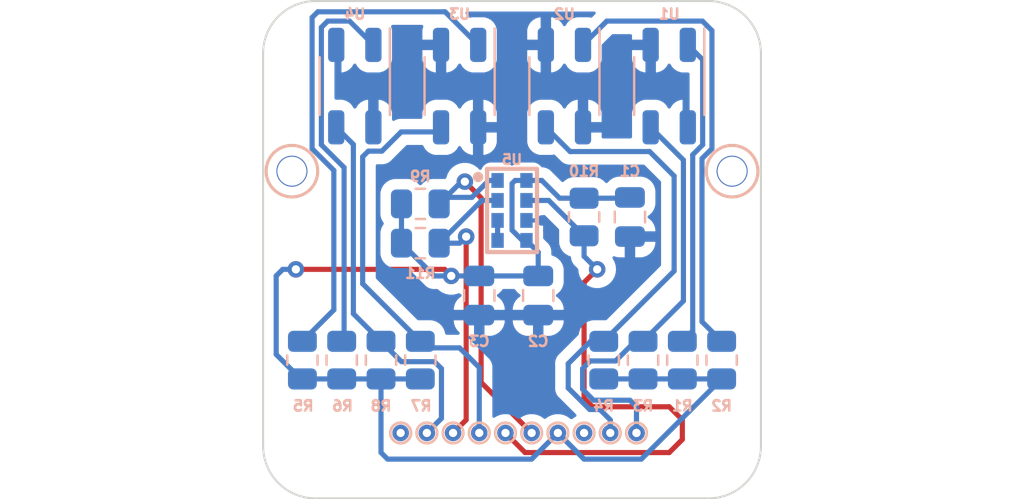
<source format=kicad_pcb>
(kicad_pcb (version 20211014) (generator pcbnew)
  (layers (0 "F.Cu" signal) (31 "B.Cu" signal) (34 "B.Paste" user) (35 "F.Paste" user) (36 "B.SilkS" user "B.Silkscreen") (37 "F.SilkS" user "F.Silkscreen") (38 "B.Mask" user) (39 "F.Mask" user) (44 "Edge.Cuts" user))
  (net 0 "")
  (net 1 "D2")
  (net 2 "D3")
  (net 3 "D6")
  (net 4 "D9")
  (net 5 "D10")
  (net 6 "VCC")
  (net 7 "GND")
  (net 8 "Net-(R1-Pad2)")
  (net 9 "Net-(R2-Pad2)")
  (net 10 "Net-(R5-Pad2)")
  (net 11 "Net-(R6-Pad2)")
  (net 12 "SDA")
  (net 13 "SCL")
  (net 14 "Net-(U5-Pad3)")
  (footprint "MountingHole:MountingHole_2.5mm_Pad_TopBottom" (layer "F.Cu") (at 124.587 67.945)
    (fp_text reference "REF**" hide)
    (fp_text value "MountingHole_2.5mm_Pad_TopBottom")
    (fp_circle (center 0 0) (end 1.25 0) (layer "B.SilkS") (width 0.15) (fill none))
    (fp_circle (center 0 0) (end 1.25 0) (layer "F.SilkS") (width 0.15) (fill none))
    (pad "1" thru_hole circle (at 0 0) (size 1.5 1.5) (drill 1.4) (layers F&B.Cu *.Mask))
  )
  (footprint "MountingHole:MountingHole_2.5mm_Pad_TopBottom" (layer "F.Cu") (at 145.923 67.945)
    (fp_text reference "REF**" hide)
    (fp_text value "MountingHole_2.5mm_Pad_TopBottom")
    (fp_circle (center 0 0) (end 1.25 0) (layer "B.SilkS") (width 0.15) (fill none))
    (fp_circle (center 0 0) (end 1.25 0) (layer "F.SilkS") (width 0.15) (fill none))
    (pad "1" thru_hole circle (at 0 0) (size 1.5 1.5) (drill 1.4) (layers F&B.Cu *.Mask))
  )
  (footprint "TestPoint:TestPoint_Pad_D1.0mm" (layer "F.Cu") (at 129.8575 80.645)
    (fp_text reference "J8" hide)
    (fp_text value "Conn_01x01")
    (fp_circle (center 0 0) (end 0.5 0) (layer "B.SilkS") (width 0.12) (fill none))
    (fp_circle (center 0 0) (end 0.5 0) (layer "F.SilkS") (width 0.12) (fill none))
    (pad "1" smd circle (at 0 0) (size 0.75 0.75) (layers "B.Cu" "B.Mask"))
    (pad "1" smd circle (at 0 0) (size 0.75 0.75) (layers "F.Cu" "F.Mask"))
  )
  (footprint "Capacitor_SMD:C_0805_2012Metric" (layer "B.Cu") (at 133.6675 73.9775 90)
    (fp_text reference "C3" (at -2.2225 0) (layer "B.SilkS") (effects (font (size 0.5 0.5) (thickness 0.125)) (justify mirror)))
    (fp_text value "1u")
    (fp_line (start -0.261252 0.735) (end 0.261252 0.735) (layer "B.SilkS") (width 0.12))
    (fp_line (start -0.261252 -0.735) (end 0.261252 -0.735) (layer "B.SilkS") (width 0.12))
    (pad "1" smd roundrect (at -0.95 0 90) (size 1 1.45) (layers "B.Cu" "B.Paste" "B.Mask") (net 7 "GND"))
    (pad "2" smd roundrect (at 0.95 0 90) (size 1 1.45) (layers "B.Cu" "B.Paste" "B.Mask") (net 6 "VCC"))
  )
  (footprint "Resistor_SMD:R_0805_2012Metric" (layer "B.Cu") (at 130.81 71.4375 180)
    (fp_text reference "R11" (at 0 -1.4605) (layer "B.SilkS") (effects (font (size 0.5 0.5) (thickness 0.125)) (justify mirror)))
    (fp_text value "10k")
    (fp_line (start -0.227064 0.735) (end 0.227064 0.735) (layer "B.SilkS") (width 0.12))
    (fp_line (start -0.227064 -0.735) (end 0.227064 -0.735) (layer "B.SilkS") (width 0.12))
    (pad "1" smd roundrect (at -0.9125 0 180) (size 1.025 1.4) (layers "B.Cu" "B.Paste" "B.Mask") (roundrect_rratio 0.243902) (net 1 "D2"))
    (pad "2" smd roundrect (at 0.9125 0 180) (size 1.025 1.4) (layers "B.Cu" "B.Paste" "B.Mask") (roundrect_rratio 0.243902) (net 6 "VCC"))
  )
  (footprint "OptoDevice:OnSemi_CASE100CY" (layer "B.Cu") (at 142.875 63.8175 180)
    (fp_text reference "U1" (at 0 3.4925) (layer "B.SilkS") (effects (font (size 0.5 0.5) (thickness 0.125)) (justify mirror)))
    (fp_text value "QRE1113GR")
    (fp_line (start 1.7 -1.4) (end 1.7 1.4) (layer "B.SilkS") (width 0.12))
    (fp_line (start -1.7 -1.4) (end -1.7 2.8) (layer "B.SilkS") (width 0.12))
    (pad "1" smd roundrect (at -0.9 2 180) (size 0.79 1.66) (layers "B.Cu" "B.Paste" "B.Mask") (net 8 "Net-(R1-Pad2)"))
    (pad "2" smd roundrect (at -0.9 -2 180) (size 0.79 1.66) (layers "B.Cu" "B.Paste" "B.Mask") (net 7 "GND"))
    (pad "3" smd roundrect (at 0.9 -2 180) (size 0.79 1.66) (layers "B.Cu" "B.Paste" "B.Mask") (net 4 "D9"))
    (pad "4" smd roundrect (at 0.9 2 180) (size 0.79 1.66) (layers "B.Cu" "B.Paste" "B.Mask") (net 7 "GND"))
  )
  (footprint "OptoDevice:OnSemi_CASE100CY" (layer "B.Cu") (at 137.795 63.8175 180)
    (fp_text reference "U2" (at 0 3.4925) (layer "B.SilkS") (effects (font (size 0.5 0.5) (thickness 0.125)) (justify mirror)))
    (fp_text value "QRE1113GR")
    (fp_line (start -1.7 -1.4) (end -1.7 2.8) (layer "B.SilkS") (width 0.12))
    (fp_line (start 1.7 -1.4) (end 1.7 1.4) (layer "B.SilkS") (width 0.12))
    (pad "1" smd roundrect (at -0.9 2 180) (size 0.79 1.66) (layers "B.Cu" "B.Paste" "B.Mask") (net 9 "Net-(R2-Pad2)"))
    (pad "2" smd roundrect (at -0.9 -2 180) (size 0.79 1.66) (layers "B.Cu" "B.Paste" "B.Mask") (net 7 "GND"))
    (pad "3" smd roundrect (at 0.9 -2 180) (size 0.79 1.66) (layers "B.Cu" "B.Paste" "B.Mask") (net 5 "D10"))
    (pad "4" smd roundrect (at 0.9 2 180) (size 0.79 1.66) (layers "B.Cu" "B.Paste" "B.Mask") (net 7 "GND"))
  )
  (footprint "TestPoint:TestPoint_Pad_D1.0mm" (layer "B.Cu") (at 134.9375 80.645 180)
    (fp_text reference "J4" hide)
    (fp_text value "Conn_01x01")
    (fp_circle (center 0 0) (end 0.5 0) (layer "B.SilkS") (width 0.12) (fill none))
    (fp_circle (center 0 0) (end 0.5 0) (layer "F.SilkS") (width 0.12) (fill none))
    (pad "1" smd circle (at 0 0 180) (size 0.75 0.75) (layers "F.Cu" "F.Mask") (net 13 "SCL"))
    (pad "1" smd circle (at 0 0 180) (size 0.75 0.75) (layers "B.Cu" "B.Mask") (net 13 "SCL"))
  )
  (footprint "TestPoint:TestPoint_Pad_D1.0mm" (layer "B.Cu") (at 132.3975 80.645 180)
    (fp_text reference "J1" hide)
    (fp_text value "Conn_01x01")
    (fp_circle (center 0 0) (end 0.5 0) (layer "B.SilkS") (width 0.12) (fill none))
    (fp_circle (center 0 0) (end 0.5 0) (layer "F.SilkS") (width 0.12) (fill none))
    (pad "1" smd circle (at 0 0 180) (size 0.75 0.75) (layers "F.Cu" "F.Mask") (net 1 "D2"))
    (pad "1" smd circle (at 0 0 180) (size 0.75 0.75) (layers "B.Cu" "B.Mask") (net 1 "D2"))
  )
  (footprint "Resistor_SMD:R_0805_2012Metric" (layer "B.Cu") (at 138.7475 70.1675 90)
    (fp_text reference "R10" (at 2.2225 0) (layer "B.SilkS") (effects (font (size 0.5 0.5) (thickness 0.125)) (justify mirror)))
    (fp_text value "10k")
    (fp_line (start -0.227064 -0.735) (end 0.227064 -0.735) (layer "B.SilkS") (width 0.12))
    (fp_line (start -0.227064 0.735) (end 0.227064 0.735) (layer "B.SilkS") (width 0.12))
    (pad "1" smd roundrect (at -0.9125 0 90) (size 1.025 1.4) (layers "B.Cu" "B.Paste" "B.Mask") (roundrect_rratio 0.243902) (net 13 "SCL"))
    (pad "2" smd roundrect (at 0.9125 0 90) (size 1.025 1.4) (layers "B.Cu" "B.Paste" "B.Mask") (roundrect_rratio 0.243902) (net 6 "VCC"))
  )
  (footprint "Resistor_SMD:R_0805_2012Metric" (layer "B.Cu") (at 145.415 77.1125 90)
    (fp_text reference "R2" (at -2.2225 0) (layer "B.SilkS") (effects (font (size 0.5 0.5) (thickness 0.125)) (justify mirror)))
    (fp_text value "100")
    (fp_line (start -0.227064 -0.735) (end 0.227064 -0.735) (layer "B.SilkS") (width 0.12))
    (fp_line (start -0.227064 0.735) (end 0.227064 0.735) (layer "B.SilkS") (width 0.12))
    (pad "1" smd roundrect (at -0.9125 0 90) (size 1.025 1.4) (layers "B.Cu" "B.Paste" "B.Mask") (roundrect_rratio 0.243902) (net 6 "VCC"))
    (pad "2" smd roundrect (at 0.9125 0 90) (size 1.025 1.4) (layers "B.Cu" "B.Paste" "B.Mask") (roundrect_rratio 0.243902) (net 9 "Net-(R2-Pad2)"))
  )
  (footprint "Resistor_SMD:R_0805_2012Metric" (layer "B.Cu") (at 143.51 77.1125 90)
    (fp_text reference "R1" (at -2.2225 0) (layer "B.SilkS") (effects (font (size 0.5 0.5) (thickness 0.125)) (justify mirror)))
    (fp_text value "100")
    (fp_line (start -0.227064 -0.735) (end 0.227064 -0.735) (layer "B.SilkS") (width 0.12))
    (fp_line (start -0.227064 0.735) (end 0.227064 0.735) (layer "B.SilkS") (width 0.12))
    (pad "1" smd roundrect (at -0.9125 0 90) (size 1.025 1.4) (layers "B.Cu" "B.Paste" "B.Mask") (roundrect_rratio 0.243902) (net 6 "VCC"))
    (pad "2" smd roundrect (at 0.9125 0 90) (size 1.025 1.4) (layers "B.Cu" "B.Paste" "B.Mask") (roundrect_rratio 0.243902) (net 8 "Net-(R1-Pad2)"))
  )
  (footprint "Capacitor_SMD:C_0805_2012Metric" (layer "B.Cu") (at 136.525 73.9775 -90)
    (fp_text reference "C2" (at 2.2225 0) (layer "B.SilkS") (effects (font (size 0.5 0.5) (thickness 0.125)) (justify mirror)))
    (fp_text value "1u")
    (fp_line (start -0.261252 0.735) (end 0.261252 0.735) (layer "B.SilkS") (width 0.12))
    (fp_line (start -0.261252 -0.735) (end 0.261252 -0.735) (layer "B.SilkS") (width 0.12))
    (pad "1" smd roundrect (at -0.95 0 270) (size 1 1.45) (layers "B.Cu" "B.Paste" "B.Mask") (net 6 "VCC"))
    (pad "2" smd roundrect (at 0.95 0 270) (size 1 1.45) (layers "B.Cu" "B.Paste" "B.Mask") (net 7 "GND"))
  )
  (footprint "TestPoint:TestPoint_Pad_D1.0mm" (layer "B.Cu") (at 131.1275 80.645 180)
    (fp_text reference "J2" hide)
    (fp_text value "Conn_01x01")
    (fp_circle (center 0 0) (end 0.5 0) (layer "B.SilkS") (width 0.12) (fill none))
    (fp_circle (center 0 0) (end 0.5 0) (layer "F.SilkS") (width 0.12) (fill none))
    (pad "1" smd circle (at 0 0 180) (size 0.75 0.75) (layers "F.Cu" "F.Mask") (net 2 "D3"))
    (pad "1" smd circle (at 0 0 180) (size 0.75 0.75) (layers "B.Cu" "B.Mask") (net 2 "D3"))
  )
  (footprint "Resistor_SMD:R_0805_2012Metric" (layer "B.Cu") (at 128.905 77.1125 90)
    (fp_text reference "R8" (at -2.2225 0) (layer "B.SilkS") (effects (font (size 0.5 0.5) (thickness 0.125)) (justify mirror)))
    (fp_text value "10k")
    (fp_line (start -0.227064 0.735) (end 0.227064 0.735) (layer "B.SilkS") (width 0.12))
    (fp_line (start -0.227064 -0.735) (end 0.227064 -0.735) (layer "B.SilkS") (width 0.12))
    (pad "1" smd roundrect (at -0.9125 0 90) (size 1.025 1.4) (layers "B.Cu" "B.Paste" "B.Mask") (roundrect_rratio 0.243902) (net 6 "VCC"))
    (pad "2" smd roundrect (at 0.9125 0 90) (size 1.025 1.4) (layers "B.Cu" "B.Paste" "B.Mask") (roundrect_rratio 0.243902) (net 2 "D3"))
  )
  (footprint "OptoDevice:OnSemi_CASE100CY" (layer "B.Cu") (at 127.635 63.8175 180)
    (fp_text reference "U4" (at 0 3.4925) (layer "B.SilkS") (effects (font (size 0.5 0.5) (thickness 0.125)) (justify mirror)))
    (fp_text value "QRE1113GR")
    (fp_line (start -1.7 -1.4) (end -1.7 2.8) (layer "B.SilkS") (width 0.12))
    (fp_line (start 1.7 -1.4) (end 1.7 1.4) (layer "B.SilkS") (width 0.12))
    (pad "1" smd roundrect (at -0.9 2 180) (size 0.79 1.66) (layers "B.Cu" "B.Paste" "B.Mask") (net 11 "Net-(R6-Pad2)"))
    (pad "2" smd roundrect (at -0.9 -2 180) (size 0.79 1.66) (layers "B.Cu" "B.Paste" "B.Mask") (net 7 "GND"))
    (pad "3" smd roundrect (at 0.9 -2 180) (size 0.79 1.66) (layers "B.Cu" "B.Paste" "B.Mask") (net 2 "D3"))
    (pad "4" smd roundrect (at 0.9 2 180) (size 0.79 1.66) (layers "B.Cu" "B.Paste" "B.Mask") (net 7 "GND"))
  )
  (footprint "TestPoint:TestPoint_Pad_D1.0mm" (layer "B.Cu") (at 141.2875 80.645 180)
    (fp_text reference "J6" hide)
    (fp_text value "Conn_01x01")
    (fp_circle (center 0 0) (end 0.5 0) (layer "B.SilkS") (width 0.12) (fill none))
    (fp_circle (center 0 0) (end 0.5 0) (layer "F.SilkS") (width 0.12) (fill none))
    (pad "1" smd circle (at 0 0 180) (size 0.75 0.75) (layers "B.Cu" "B.Mask") (net 4 "D9"))
    (pad "1" smd circle (at 0 0 180) (size 0.75 0.75) (layers "F.Cu" "F.Mask") (net 4 "D9"))
  )
  (footprint "Resistor_SMD:R_0805_2012Metric" (layer "B.Cu") (at 130.81 69.5325 180)
    (fp_text reference "R9" (at 0 1.3335) (layer "B.SilkS") (effects (font (size 0.5 0.5) (thickness 0.125)) (justify mirror)))
    (fp_text value "10k")
    (fp_line (start -0.227064 0.735) (end 0.227064 0.735) (layer "B.SilkS") (width 0.12))
    (fp_line (start -0.227064 -0.735) (end 0.227064 -0.735) (layer "B.SilkS") (width 0.12))
    (pad "1" smd roundrect (at -0.9125 0 180) (size 1.025 1.4) (layers "B.Cu" "B.Paste" "B.Mask") (roundrect_rratio 0.243902) (net 12 "SDA"))
    (pad "2" smd roundrect (at 0.9125 0 180) (size 1.025 1.4) (layers "B.Cu" "B.Paste" "B.Mask") (roundrect_rratio 0.243902) (net 6 "VCC"))
  )
  (footprint "TestPoint:TestPoint_Pad_D1.0mm" (layer "B.Cu") (at 140.0175 80.645 180)
    (fp_text reference "J7" hide)
    (fp_text value "Conn_01x01")
    (fp_circle (center 0 0) (end 0.5 0) (layer "B.SilkS") (width 0.12) (fill none))
    (fp_circle (center 0 0) (end 0.5 0) (layer "F.SilkS") (width 0.12) (fill none))
    (pad "1" smd circle (at 0 0 180) (size 0.75 0.75) (layers "F.Cu" "F.Mask") (net 5 "D10"))
    (pad "1" smd circle (at 0 0 180) (size 0.75 0.75) (layers "B.Cu" "B.Mask") (net 5 "D10"))
  )
  (footprint "Resistor_SMD:R_0805_2012Metric" (layer "B.Cu") (at 125.095 77.1125 90)
    (fp_text reference "R5" (at -2.2225 0.04) (layer "B.SilkS") (effects (font (size 0.5 0.5) (thickness 0.125)) (justify mirror)))
    (fp_text value "100")
    (fp_line (start -0.227064 0.735) (end 0.227064 0.735) (layer "B.SilkS") (width 0.12))
    (fp_line (start -0.227064 -0.735) (end 0.227064 -0.735) (layer "B.SilkS") (width 0.12))
    (pad "1" smd roundrect (at -0.9125 0 90) (size 1.025 1.4) (layers "B.Cu" "B.Paste" "B.Mask") (roundrect_rratio 0.243902) (net 6 "VCC"))
    (pad "2" smd roundrect (at 0.9125 0 90) (size 1.025 1.4) (layers "B.Cu" "B.Paste" "B.Mask") (roundrect_rratio 0.243902) (net 10 "Net-(R5-Pad2)"))
  )
  (footprint "TestPoint:TestPoint_Pad_D1.0mm" (layer "B.Cu") (at 137.4775 80.645 180)
    (fp_text reference "J8" hide)
    (fp_text value "Conn_01x01")
    (fp_circle (center 0 0) (end 0.5 0) (layer "B.SilkS") (width 0.12) (fill none))
    (fp_circle (center 0 0) (end 0.5 0) (layer "F.SilkS") (width 0.12) (fill none))
    (pad "1" smd circle (at 0 0 180) (size 0.75 0.75) (layers "F.Cu" "F.Mask") (net 6 "VCC"))
    (pad "1" smd circle (at 0 0 180) (size 0.75 0.75) (layers "B.Cu" "B.Mask") (net 6 "VCC"))
  )
  (footprint "Capacitor_SMD:C_0805_2012Metric" (layer "B.Cu") (at 140.97 70.1675 90)
    (fp_text reference "C1" (at 2.2225 0) (layer "B.SilkS") (effects (font (size 0.5 0.5) (thickness 0.125)) (justify mirror)))
    (fp_text value "50u")
    (fp_line (start -0.261252 -0.735) (end 0.261252 -0.735) (layer "B.SilkS") (width 0.12))
    (fp_line (start -0.261252 0.735) (end 0.261252 0.735) (layer "B.SilkS") (width 0.12))
    (pad "1" smd roundrect (at -0.95 0 90) (size 1 1.45) (layers "B.Cu" "B.Paste" "B.Mask") (net 7 "GND"))
    (pad "2" smd roundrect (at 0.95 0 90) (size 1 1.45) (layers "B.Cu" "B.Paste" "B.Mask") (net 6 "VCC"))
  )
  (footprint "OptoDevice:OnSemi_CASE100CY" (layer "B.Cu") (at 132.715 63.8175 180)
    (fp_text reference "U3" (at 0 3.4925) (layer "B.SilkS") (effects (font (size 0.5 0.5) (thickness 0.125)) (justify mirror)))
    (fp_text value "QRE1113GR")
    (fp_line (start 1.7 -1.4) (end 1.7 1.4) (layer "B.SilkS") (width 0.12))
    (fp_line (start -1.7 -1.4) (end -1.7 2.8) (layer "B.SilkS") (width 0.12))
    (pad "1" smd roundrect (at -0.9 2 180) (size 0.79 1.66) (layers "B.Cu" "B.Paste" "B.Mask") (net 10 "Net-(R5-Pad2)"))
    (pad "2" smd roundrect (at -0.9 -2 180) (size 0.79 1.66) (layers "B.Cu" "B.Paste" "B.Mask") (net 7 "GND"))
    (pad "3" smd roundrect (at 0.9 -2 180) (size 0.79 1.66) (layers "B.Cu" "B.Paste" "B.Mask") (net 3 "D6"))
    (pad "4" smd roundrect (at 0.9 2 180) (size 0.79 1.66) (layers "B.Cu" "B.Paste" "B.Mask") (net 7 "GND"))
  )
  (footprint "TestPoint:TestPoint_Pad_D1.0mm" (layer "B.Cu") (at 133.6675 80.645 180)
    (fp_text reference "J5" hide)
    (fp_text value "Conn_01x01")
    (fp_circle (center 0 0) (end 0.5 0) (layer "B.SilkS") (width 0.12) (fill none))
    (fp_circle (center 0 0) (end 0.5 0) (layer "F.SilkS") (width 0.12) (fill none))
    (pad "1" smd circle (at 0 0 180) (size 0.75 0.75) (layers "F.Cu" "F.Mask") (net 3 "D6"))
    (pad "1" smd circle (at 0 0 180) (size 0.75 0.75) (layers "B.Cu" "B.Mask") (net 3 "D6"))
  )
  (footprint "Resistor_SMD:R_0805_2012Metric" (layer "B.Cu") (at 127 77.1125 90)
    (fp_text reference "R6" (at -2.2225 0.04) (layer "B.SilkS") (effects (font (size 0.5 0.5) (thickness 0.125)) (justify mirror)))
    (fp_text value "100")
    (fp_line (start -0.227064 0.735) (end 0.227064 0.735) (layer "B.SilkS") (width 0.12))
    (fp_line (start -0.227064 -0.735) (end 0.227064 -0.735) (layer "B.SilkS") (width 0.12))
    (pad "1" smd roundrect (at -0.9125 0 90) (size 1.025 1.4) (layers "B.Cu" "B.Paste" "B.Mask") (roundrect_rratio 0.243902) (net 6 "VCC"))
    (pad "2" smd roundrect (at 0.9125 0 90) (size 1.025 1.4) (layers "B.Cu" "B.Paste" "B.Mask") (roundrect_rratio 0.243902) (net 11 "Net-(R6-Pad2)"))
  )
  (footprint "Resistor_SMD:R_0805_2012Metric" (layer "B.Cu") (at 139.7 77.1125 90)
    (fp_text reference "R4" (at -2.2225 0) (layer "B.SilkS") (effects (font (size 0.5 0.5) (thickness 0.125)) (justify mirror)))
    (fp_text value "10k")
    (fp_line (start -0.227064 -0.735) (end 0.227064 -0.735) (layer "B.SilkS") (width 0.12))
    (fp_line (start -0.227064 0.735) (end 0.227064 0.735) (layer "B.SilkS") (width 0.12))
    (pad "1" smd roundrect (at -0.9125 0 90) (size 1.025 1.4) (layers "B.Cu" "B.Paste" "B.Mask") (roundrect_rratio 0.243902) (net 6 "VCC"))
    (pad "2" smd roundrect (at 0.9125 0 90) (size 1.025 1.4) (layers "B.Cu" "B.Paste" "B.Mask") (roundrect_rratio 0.243902) (net 5 "D10"))
  )
  (footprint "TestPoint:TestPoint_Pad_D1.0mm" (layer "B.Cu") (at 129.8575 80.645 180)
    (fp_text reference "J8" hide)
    (fp_text value "Conn_01x01")
    (fp_circle (center 0 0) (end 0.5 0) (layer "B.SilkS") (width 0.12) (fill none))
    (pad "1" smd circle (at 0 0 180) (size 0.75 0.75) (layers "B.Cu" "B.Mask"))
  )
  (footprint "TestPoint:TestPoint_Pad_D1.0mm" (layer "B.Cu") (at 136.2075 80.645 180)
    (fp_text reference "J3" hide)
    (fp_text value "Conn_01x01")
    (fp_circle (center 0 0) (end 0.5 0) (layer "B.SilkS") (width 0.12) (fill none))
    (fp_circle (center 0 0) (end 0.5 0) (layer "F.SilkS") (width 0.12) (fill none))
    (pad "1" smd circle (at 0 0 180) (size 0.75 0.75) (layers "B.Cu" "B.Mask") (net 12 "SDA"))
    (pad "1" smd circle (at 0 0 180) (size 0.75 0.75) (layers "F.Cu" "F.Mask") (net 12 "SDA"))
  )
  (footprint "Resistor_SMD:R_0805_2012Metric" (layer "B.Cu") (at 130.81 77.1125 90)
    (fp_text reference "R7" (at -2.2225 0.04) (layer "B.SilkS") (effects (font (size 0.5 0.5) (thickness 0.125)) (justify mirror)))
    (fp_text value "10k")
    (fp_line (start -0.227064 -0.735) (end 0.227064 -0.735) (layer "B.SilkS") (width 0.12))
    (fp_line (start -0.227064 0.735) (end 0.227064 0.735) (layer "B.SilkS") (width 0.12))
    (pad "1" smd roundrect (at -0.9125 0 90) (size 1.025 1.4) (layers "B.Cu" "B.Paste" "B.Mask") (roundrect_rratio 0.243902) (net 6 "VCC"))
    (pad "2" smd roundrect (at 0.9125 0 90) (size 1.025 1.4) (layers "B.Cu" "B.Paste" "B.Mask") (roundrect_rratio 0.243902) (net 3 "D6"))
  )
  (footprint "APDS-9960:APDS-9960" (layer "B.Cu") (at 135.255 69.85 180)
    (fp_text reference "U5" (at 0 2.4638) (layer "B.SilkS") (effects (font (size 0.48 0.48)) (justify mirror)))
    (fp_text value "APDS-9960")
    (fp_line (start -1.21 2.02) (end 1.21 2.02) (layer "B.SilkS") (width 0.2032))
    (fp_line (start 1.21 2.02) (end 1.21 -2.02) (layer "B.SilkS") (width 0.2032))
    (fp_line (start -1.21 -2.02) (end 1.21 -2.02) (layer "B.SilkS") (width 0.2032))
    (fp_line (start -1.21 2.02) (end -1.21 -2.02) (layer "B.SilkS") (width 0.2032))
    (fp_circle (center 1.644 1.622) (end 1.898 1.622) (layer "B.SilkS") (width 0) (fill solid))
    (pad "1" smd rect locked (at 0.7 1.455 180) (size 0.6 0.72) (layers "B.Cu" "B.Paste" "B.Mask") (net 12 "SDA"))
    (pad "2" smd rect locked (at 0.7 0.485 180) (size 0.6 0.72) (layers "B.Cu" "B.Paste" "B.Mask") (net 1 "D2"))
    (pad "3" smd rect locked (at 0.7 -0.485 180) (size 0.6 0.72) (layers "B.Cu" "B.Paste" "B.Mask") (net 14 "Net-(U5-Pad3)"))
    (pad "4" smd rect locked (at 0.7 -1.455 180) (size 0.6 0.72) (layers "B.Cu" "B.Paste" "B.Mask") (net 14 "Net-(U5-Pad3)"))
    (pad "5" smd rect locked (at -0.7 -1.455 180) (size 0.6 0.72) (layers "B.Cu" "B.Paste" "B.Mask") (net 6 "VCC"))
    (pad "6" smd rect locked (at -0.7 -0.485 180) (size 0.6 0.72) (layers "B.Cu" "B.Paste" "B.Mask") (net 7 "GND"))
    (pad "7" smd rect locked (at -0.7 0.485 180) (size 0.6 0.72) (layers "B.Cu" "B.Paste" "B.Mask") (net 13 "SCL"))
    (pad "8" smd rect locked (at -0.7 1.455 180) (size 0.6 0.72) (layers "B.Cu" "B.Paste" "B.Mask") (net 6 "VCC"))
  )
  (footprint "Resistor_SMD:R_0805_2012Metric" (layer "B.Cu") (at 141.605 77.1125 90)
    (fp_text reference "R3" (at -2.2225 0) (layer "B.SilkS") (effects (font (size 0.5 0.5) (thickness 0.125)) (justify mirror)))
    (fp_text value "10k")
    (fp_line (start -0.227064 -0.735) (end 0.227064 -0.735) (layer "B.SilkS") (width 0.12))
    (fp_line (start -0.227064 0.735) (end 0.227064 0.735) (layer "B.SilkS") (width 0.12))
    (pad "1" smd roundrect (at -0.9125 0 90) (size 1.025 1.4) (layers "B.Cu" "B.Paste" "B.Mask") (roundrect_rratio 0.243902) (net 6 "VCC"))
    (pad "2" smd roundrect (at 0.9125 0 90) (size 1.025 1.4) (layers "B.Cu" "B.Paste" "B.Mask") (roundrect_rratio 0.243902) (net 4 "D9"))
  )
  (footprint "TestPoint:TestPoint_Pad_D1.0mm" (layer "B.Cu") (at 138.7475 80.645 180)
    (fp_text reference "J9" hide)
    (fp_text value "Conn_01x01")
    (fp_circle (center 0 0) (end 0.5 0) (layer "B.SilkS") (width 0.12) (fill none))
    (fp_circle (center 0 0) (end 0.5 0) (layer "F.SilkS") (width 0.12) (fill none))
    (pad "1" smd circle (at 0 0 180) (size 0.75 0.75) (layers "F.Cu" "F.Mask") (net 7 "GND"))
    (pad "1" smd circle (at 0 0 180) (size 0.75 0.75) (layers "B.Cu" "B.Mask") (net 7 "GND"))
  )
  (gr_line (start 125.73 83.82) (end 144.78 83.82) (layer "Edge.Cuts") (width 0.1))
  (gr_arc (start 125.73 83.82) (mid 123.933949 83.076051) (end 123.19 81.28) (layer "Edge.Cuts") (width 0.1))
  (gr_arc (start 123.19 62.23) (mid 123.933949 60.433949) (end 125.73 59.69) (layer "Edge.Cuts") (width 0.1))
  (gr_arc (start 144.78 59.69) (mid 146.576051 60.433949) (end 147.32 62.23) (layer "Edge.Cuts") (width 0.1))
  (gr_line (start 147.32 81.28) (end 147.32 62.23) (layer "Edge.Cuts") (width 0.1))
  (gr_line (start 125.73 59.69) (end 144.78 59.69) (layer "Edge.Cuts") (width 0.1))
  (gr_arc (start 147.32 81.28) (mid 146.576051 83.076051) (end 144.78 83.82) (layer "Edge.Cuts") (width 0.1))
  (gr_line (start 123.19 62.23) (end 123.19 81.28) (layer "Edge.Cuts") (width 0.1))
  (via (at 129.8575 80.645) (size 0.8) (drill 0.4) (layers "F.Cu" "B.Cu") (net 0))
  (segment (start 133.0325 80.01) (end 133.0325 71.12) (width 0.25) (layer "F.Cu") (net 1))
  (segment (start 132.3975 80.645) (end 133.0325 80.01) (width 0.25) (layer "F.Cu") (net 1))
  (via (at 132.3975 80.645) (size 0.8) (drill 0.4) (layers "F.Cu" "B.Cu") (net 1))
  (via (at 133.0325 71.12) (size 0.8) (drill 0.4) (layers "F.Cu" "B.Cu") (net 1))
  (segment (start 131.7225 71.4375) (end 133.795 69.365) (width 0.25) (layer "B.Cu") (net 1))
  (segment (start 131.7225 71.4375) (end 132.715 71.4375) (width 0.25) (layer "B.Cu") (net 1))
  (segment (start 133.795 69.365) (end 134.555 69.365) (width 0.25) (layer "B.Cu") (net 1))
  (segment (start 132.715 71.4375) (end 133.0325 71.12) (width 0.25) (layer "B.Cu") (net 1))
  (via (at 131.1275 80.645) (size 0.8) (drill 0.4) (layers "F.Cu" "B.Cu") (net 2))
  (segment (start 131.498173 77.1875) (end 131.835 77.524327) (width 0.25) (layer "B.Cu") (net 2))
  (segment (start 129.8925 77.1875) (end 131.498173 77.1875) (width 0.25) (layer "B.Cu") (net 2))
  (segment (start 131.835 79.9375) (end 131.1275 80.645) (width 0.25) (layer "B.Cu") (net 2))
  (segment (start 127.566 66.6485) (end 127.566 74.861) (width 0.25) (layer "B.Cu") (net 2))
  (segment (start 127.566 74.861) (end 128.905 76.2) (width 0.25) (layer "B.Cu") (net 2))
  (segment (start 126.735 65.8175) (end 127.566 66.6485) (width 0.25) (layer "B.Cu") (net 2))
  (segment (start 131.835 77.524327) (end 131.835 79.9375) (width 0.25) (layer "B.Cu") (net 2))
  (segment (start 128.905 76.2) (end 129.8925 77.1875) (width 0.25) (layer "B.Cu") (net 2))
  (via (at 133.6675 80.645) (size 0.8) (drill 0.4) (layers "F.Cu" "B.Cu") (net 3))
  (segment (start 132.715 76.5175) (end 133.6675 77.47) (width 0.25) (layer "B.Cu") (net 3))
  (segment (start 131.815 65.8175) (end 131.5925 66.04) (width 0.25) (layer "B.Cu") (net 3))
  (segment (start 128.016 67.2465) (end 128.016 73.406) (width 0.25) (layer "B.Cu") (net 3))
  (segment (start 128.948927 66.9725) (end 128.29 66.9725) (width 0.25) (layer "B.Cu") (net 3))
  (segment (start 128.016 73.406) (end 130.81 76.2) (width 0.25) (layer "B.Cu") (net 3))
  (segment (start 133.6675 77.47) (end 133.6675 80.645) (width 0.25) (layer "B.Cu") (net 3))
  (segment (start 131.5925 66.04) (end 129.881427 66.04) (width 0.25) (layer "B.Cu") (net 3))
  (segment (start 131.1275 76.5175) (end 132.715 76.5175) (width 0.25) (layer "B.Cu") (net 3))
  (segment (start 128.29 66.9725) (end 128.016 67.2465) (width 0.25) (layer "B.Cu") (net 3))
  (segment (start 129.881427 66.04) (end 128.948927 66.9725) (width 0.25) (layer "B.Cu") (net 3))
  (segment (start 130.81 76.2) (end 131.1275 76.5175) (width 0.25) (layer "B.Cu") (net 3))
  (via (at 141.2875 80.645) (size 0.8) (drill 0.4) (layers "F.Cu" "B.Cu") (net 4))
  (via (at 141.2875 80.645) (size 0.8) (drill 0.4) (layers "F.Cu" "B.Cu") (net 4))
  (segment (start 141.605 76.2) (end 141.225673 76.2) (width 0.25) (layer "B.Cu") (net 4))
  (segment (start 141.2875 79.375) (end 141.2875 80.645) (width 0.25) (layer "B.Cu") (net 4))
  (segment (start 143.5625 74.2425) (end 141.605 76.2) (width 0.25) (layer "B.Cu") (net 4))
  (segment (start 140.97 79.0575) (end 141.2875 79.375) (width 0.25) (layer "B.Cu") (net 4))
  (segment (start 139.046827 77.1525) (end 138.675 77.524327) (width 0.25) (layer "B.Cu") (net 4))
  (segment (start 140.273173 77.1525) (end 139.046827 77.1525) (width 0.25) (layer "B.Cu") (net 4))
  (segment (start 141.975 65.8175) (end 143.5625 67.405) (width 0.25) (layer "B.Cu") (net 4))
  (segment (start 138.675 77.524327) (end 138.675 78.525673) (width 0.25) (layer "B.Cu") (net 4))
  (segment (start 139.206827 79.0575) (end 140.97 79.0575) (width 0.25) (layer "B.Cu") (net 4))
  (segment (start 143.5625 67.405) (end 143.5625 74.2425) (width 0.25) (layer "B.Cu") (net 4))
  (segment (start 138.675 78.525673) (end 139.206827 79.0575) (width 0.25) (layer "B.Cu") (net 4))
  (segment (start 141.225673 76.2) (end 140.273173 77.1525) (width 0.25) (layer "B.Cu") (net 4))
  (via (at 140.0175 80.645) (size 0.8) (drill 0.4) (layers "F.Cu" "B.Cu") (net 5))
  (segment (start 140.0175 80.01) (end 139.515 79.5075) (width 0.25) (layer "B.Cu") (net 5))
  (segment (start 139.515 79.5075) (end 139.020431 79.5075) (width 0.25) (layer "B.Cu") (net 5))
  (segment (start 143.1125 68.1825) (end 143.1125 72.7875) (width 0.25) (layer "B.Cu") (net 5))
  (segment (start 139.020431 79.5075) (end 137.98 78.467069) (width 0.25) (layer "B.Cu") (net 5))
  (segment (start 138.07 66.9925) (end 141.9225 66.9925) (width 0.25) (layer "B.Cu") (net 5))
  (segment (start 137.98 78.467069) (end 137.98 77.283604) (width 0.25) (layer "B.Cu") (net 5))
  (segment (start 136.895 65.8175) (end 138.07 66.9925) (width 0.25) (layer "B.Cu") (net 5))
  (segment (start 141.9225 66.9925) (end 143.1125 68.1825) (width 0.25) (layer "B.Cu") (net 5))
  (segment (start 143.1125 72.7875) (end 139.7 76.2) (width 0.25) (layer "B.Cu") (net 5))
  (segment (start 140.0175 80.645) (end 140.0175 80.01) (width 0.25) (layer "B.Cu") (net 5))
  (segment (start 139.063604 76.2) (end 139.7 76.2) (width 0.25) (layer "B.Cu") (net 5))
  (segment (start 137.98 77.283604) (end 139.063604 76.2) (width 0.25) (layer "B.Cu") (net 5))
  (segment (start 132.308 73.0275) (end 131.988 72.7075) (width 0.25) (layer "F.Cu") (net 6))
  (segment (start 131.988 72.7075) (end 124.7775 72.7075) (width 0.25) (layer "F.Cu") (net 6))
  (via (at 137.4775 80.645) (size 0.8) (drill 0.4) (layers "F.Cu" "B.Cu") (net 6))
  (via (at 124.7775 72.7075) (size 0.8) (drill 0.4) (layers "F.Cu" "B.Cu") (net 6))
  (via (at 132.308 73.0275) (size 0.8) (drill 0.4) (layers "F.Cu" "B.Cu") (net 6))
  (segment (start 141.525 81.915) (end 145.415 78.025) (width 0.25) (layer "B.Cu") (net 6))
  (segment (start 128.905 81.5975) (end 128.905 78.025) (width 0.25) (layer "B.Cu") (net 6))
  (segment (start 137.4775 80.645) (end 136.2075 81.915) (width 0.25) (layer "B.Cu") (net 6))
  (segment (start 129.8975 69.5325) (end 129.8975 71.4375) (width 0.25) (layer "B.Cu") (net 6))
  (segment (start 135.955 68.395) (end 135.405 68.395) (width 0.25) (layer "B.Cu") (net 6))
  (segment (start 125.015 78.025) (end 123.825 76.835) (width 0.25) (layer "B.Cu") (net 6))
  (segment (start 136.525 73.0275) (end 136.525 71.875) (width 0.25) (layer "B.Cu") (net 6))
  (segment (start 138.7475 69.255) (end 140.615 69.255) (width 0.25) (layer "B.Cu") (net 6))
  (segment (start 137.558896 69.255) (end 138.7475 69.255) (width 0.25) (layer "B.Cu") (net 6))
  (segment (start 135.255 68.545) (end 135.255 70.8025) (width 0.25) (layer "B.Cu") (net 6))
  (segment (start 135.255 70.8025) (end 135.7575 71.305) (width 0.25) (layer "B.Cu") (net 6))
  (segment (start 130.81 78.025) (end 125.095 78.025) (width 0.25) (layer "B.Cu") (net 6))
  (segment (start 136.2075 81.915) (end 129.2225 81.915) (width 0.25) (layer "B.Cu") (net 6))
  (segment (start 139.7 78.025) (end 145.415 78.025) (width 0.25) (layer "B.Cu") (net 6))
  (segment (start 136.698896 68.395) (end 137.558896 69.255) (width 0.25) (layer "B.Cu") (net 6))
  (segment (start 123.825 76.835) (end 123.825 73.025) (width 0.25) (layer "B.Cu") (net 6))
  (segment (start 124.1425 72.7075) (end 124.7775 72.7075) (width 0.25) (layer "B.Cu") (net 6))
  (segment (start 140.615 69.255) (end 140.6525 69.2175) (width 0.25) (layer "B.Cu") (net 6))
  (segment (start 135.955 68.395) (end 136.698896 68.395) (width 0.25) (layer "B.Cu") (net 6))
  (segment (start 131.4875 73.0275) (end 129.8975 71.4375) (width 0.25) (layer "B.Cu") (net 6))
  (segment (start 138.7475 81.915) (end 141.525 81.915) (width 0.25) (layer "B.Cu") (net 6))
  (segment (start 133.6675 73.0275) (end 131.4875 73.0275) (width 0.25) (layer "B.Cu") (net 6))
  (segment (start 137.4775 80.645) (end 138.7475 81.915) (width 0.25) (layer "B.Cu") (net 6))
  (segment (start 135.7575 71.305) (end 135.955 71.305) (width 0.25) (layer "B.Cu") (net 6))
  (segment (start 135.405 68.395) (end 135.255 68.545) (width 0.25) (layer "B.Cu") (net 6))
  (segment (start 123.825 73.025) (end 124.1425 72.7075) (width 0.25) (layer "B.Cu") (net 6))
  (segment (start 129.2225 81.915) (end 128.905 81.5975) (width 0.25) (layer "B.Cu") (net 6))
  (segment (start 133.6675 73.0275) (end 136.525 73.0275) (width 0.25) (layer "B.Cu") (net 6))
  (segment (start 136.525 71.875) (end 135.955 71.305) (width 0.25) (layer "B.Cu") (net 6))
  (segment (start 125.095 78.025) (end 125.015 78.025) (width 0.25) (layer "B.Cu") (net 6))
  (via (at 138.7475 80.645) (size 0.8) (drill 0.4) (layers "F.Cu" "B.Cu") (net 7))
  (segment (start 133.6675 74.61) (end 133.9875 74.93) (width 0.25) (layer "B.Cu") (net 7))
  (segment (start 136.205 74.93) (end 136.525 74.61) (width 0.25) (layer "B.Cu") (net 7))
  (segment (start 133.9875 74.93) (end 136.205 74.93) (width 0.25) (layer "B.Cu") (net 7))
  (segment (start 143.775 61.8175) (end 144.495 62.5375) (width 0.25) (layer "B.Cu") (net 8))
  (segment (start 144.495 66.666427) (end 144.0125 67.148927) (width 0.25) (layer "B.Cu") (net 8))
  (segment (start 144.0125 67.148927) (end 144.0125 75.6975) (width 0.25) (layer "B.Cu") (net 8))
  (segment (start 144.495 62.5375) (end 144.495 66.666427) (width 0.25) (layer "B.Cu") (net 8))
  (segment (start 144.0125 75.6975) (end 143.51 76.2) (width 0.25) (layer "B.Cu") (net 8))
  (segment (start 144.945 66.852823) (end 144.4625 67.335323) (width 0.25) (layer "B.Cu") (net 9))
  (segment (start 144.4825 60.6625) (end 144.945 61.125) (width 0.25) (layer "B.Cu") (net 9))
  (segment (start 144.945 61.125) (end 144.945 66.852823) (width 0.25) (layer "B.Cu") (net 9))
  (segment (start 144.4625 75.2475) (end 145.415 76.2) (width 0.25) (layer "B.Cu") (net 9))
  (segment (start 144.4625 67.335323) (end 144.4625 75.2475) (width 0.25) (layer "B.Cu") (net 9))
  (segment (start 139.85 60.6625) (end 144.4825 60.6625) (width 0.25) (layer "B.Cu") (net 9))
  (segment (start 138.695 61.8175) (end 139.85 60.6625) (width 0.25) (layer "B.Cu") (net 9))
  (segment (start 133.615 61.8175) (end 132.01 60.2125) (width 0.25) (layer "B.Cu") (net 10))
  (segment (start 125.565 60.49) (end 125.565 66.852823) (width 0.25) (layer "B.Cu") (net 10))
  (segment (start 126.619 74.676) (end 125.095 76.2) (width 0.25) (layer "B.Cu") (net 10))
  (segment (start 125.8425 60.2125) (end 125.565 60.49) (width 0.25) (layer "B.Cu") (net 10))
  (segment (start 132.01 60.2125) (end 125.8425 60.2125) (width 0.25) (layer "B.Cu") (net 10))
  (segment (start 125.565 66.852823) (end 126.619 67.906823) (width 0.25) (layer "B.Cu") (net 10))
  (segment (start 126.619 67.906823) (end 126.619 74.676) (width 0.25) (layer "B.Cu") (net 10))
  (segment (start 127.116 76.084) (end 127 76.2) (width 0.25) (layer "B.Cu") (net 11))
  (segment (start 128.535 61.8175) (end 127.38 60.6625) (width 0.25) (layer "B.Cu") (net 11))
  (segment (start 126.015 60.968573) (end 126.015 66.666427) (width 0.25) (layer "B.Cu") (net 11))
  (segment (start 126.321073 60.6625) (end 126.015 60.968573) (width 0.25) (layer "B.Cu") (net 11))
  (segment (start 126.015 66.666427) (end 127.116 67.767427) (width 0.25) (layer "B.Cu") (net 11))
  (segment (start 127.38 60.6625) (end 126.321073 60.6625) (width 0.25) (layer "B.Cu") (net 11))
  (segment (start 127.116 67.767427) (end 127.116 76.084) (width 0.25) (layer "B.Cu") (net 11))
  (segment (start 133.7575 69.2415) (end 132.969 68.453) (width 0.25) (layer "F.Cu") (net 12))
  (segment (start 133.7575 78.195) (end 133.7575 69.2415) (width 0.25) (layer "F.Cu") (net 12))
  (segment (start 136.2075 80.645) (end 133.7575 78.195) (width 0.25) (layer "F.Cu") (net 12))
  (via (at 132.969 68.453) (size 0.8) (drill 0.4) (layers "F.Cu" "B.Cu") (net 12))
  (via (at 136.2075 80.645) (size 0.8) (drill 0.4) (layers "F.Cu" "B.Cu") (net 12))
  (segment (start 134.128604 68.395) (end 134.555 68.395) (width 0.25) (layer "B.Cu") (net 12))
  (segment (start 132.04 69.215) (end 133.308604 69.215) (width 0.25) (layer "B.Cu") (net 12))
  (segment (start 132.969 68.453) (end 132.802 68.453) (width 0.25) (layer "B.Cu") (net 12))
  (segment (start 131.7225 69.5325) (end 132.04 69.215) (width 0.25) (layer "B.Cu") (net 12))
  (segment (start 132.802 68.453) (end 131.7225 69.5325) (width 0.25) (layer "B.Cu") (net 12))
  (segment (start 133.308604 69.215) (end 134.128604 68.395) (width 0.25) (layer "B.Cu") (net 12))
  (segment (start 134.9375 80.645) (end 135.89 81.5975) (width 0.25) (layer "F.Cu") (net 13))
  (segment (start 142.875 79.375) (end 139.157551 79.375) (width 0.25) (layer "F.Cu") (net 13))
  (segment (start 138.7475 78.964949) (end 138.7475 73.3425) (width 0.25) (layer "F.Cu") (net 13))
  (segment (start 143.51 80.01) (end 142.875 79.375) (width 0.25) (layer "F.Cu") (net 13))
  (segment (start 143.51 80.9625) (end 143.51 80.01) (width 0.25) (layer "F.Cu") (net 13))
  (segment (start 138.7475 73.3425) (end 139.3825 72.7075) (width 0.25) (layer "F.Cu") (net 13))
  (segment (start 135.89 81.5975) (end 142.875 81.5975) (width 0.25) (layer "F.Cu") (net 13))
  (segment (start 139.157551 79.375) (end 138.7475 78.964949) (width 0.25) (layer "F.Cu") (net 13))
  (segment (start 142.875 81.5975) (end 143.51 80.9625) (width 0.25) (layer "F.Cu") (net 13))
  (via (at 139.3825 72.7075) (size 0.8) (drill 0.4) (layers "F.Cu" "B.Cu") (net 13))
  (via (at 134.9375 80.645) (size 0.8) (drill 0.4) (layers "F.Cu" "B.Cu") (net 13))
  (segment (start 138.7475 71.08) (end 138.7475 72.0725) (width 0.25) (layer "B.Cu") (net 13))
  (segment (start 135.955 69.365) (end 137.0325 69.365) (width 0.25) (layer "B.Cu") (net 13))
  (segment (start 138.7475 72.0725) (end 139.3825 72.7075) (width 0.25) (layer "B.Cu") (net 13))
  (segment (start 137.0325 69.365) (end 138.7475 71.08) (width 0.25) (layer "B.Cu") (net 13))
  (segment (start 134.555 70.335) (end 134.555 71.305) (width 0.25) (layer "B.Cu") (net 14))
  (zone (net 7) (net_name "GND") (layer "B.Cu") (connect_pads (clearance 0.508)) (min_thickness 0.15) (fill yes (thermal_gap 0.508) (thermal_bridge_width 0.508))
    (polygon (pts (xy 147.0025 83.5025) (xy 123.5075 83.5025) (xy 123.5075 60.0075) (xy 147.0025 60.0075)))
  )
)
</source>
